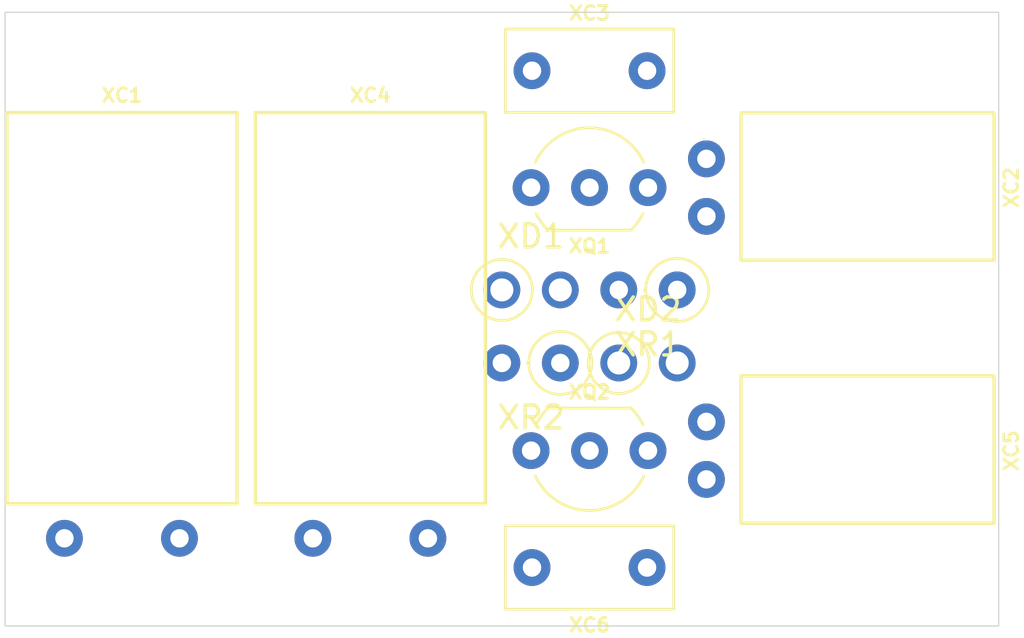
<source format=kicad_pcb>
(kicad_pcb (version 20171130) (host pcbnew "(5.1.4)-1")

  (general
    (thickness 1.6)
    (drawings 10)
    (tracks 0)
    (zones 0)
    (modules 12)
    (nets 8)
  )

  (page A4)
  (layers
    (0 F.Cu signal)
    (31 B.Cu signal)
    (32 B.Adhes user)
    (33 F.Adhes user)
    (34 B.Paste user)
    (35 F.Paste user)
    (36 B.SilkS user)
    (37 F.SilkS user)
    (38 B.Mask user)
    (39 F.Mask user)
    (40 Dwgs.User user)
    (41 Cmts.User user)
    (42 Eco1.User user)
    (43 Eco2.User user)
    (44 Edge.Cuts user)
    (45 Margin user)
    (46 B.CrtYd user)
    (47 F.CrtYd user)
    (48 B.Fab user)
    (49 F.Fab user)
  )

  (setup
    (last_trace_width 0.25)
    (trace_clearance 0.2)
    (zone_clearance 0.508)
    (zone_45_only no)
    (trace_min 0.2)
    (via_size 0.8)
    (via_drill 0.4)
    (via_min_size 0.4)
    (via_min_drill 0.3)
    (uvia_size 0.3)
    (uvia_drill 0.1)
    (uvias_allowed no)
    (uvia_min_size 0.2)
    (uvia_min_drill 0.1)
    (edge_width 0.05)
    (segment_width 0.2)
    (pcb_text_width 0.3)
    (pcb_text_size 1.5 1.5)
    (mod_edge_width 0.12)
    (mod_text_size 1 1)
    (mod_text_width 0.15)
    (pad_size 1.524 1.524)
    (pad_drill 0.762)
    (pad_to_mask_clearance 0.051)
    (solder_mask_min_width 0.25)
    (aux_axis_origin 0 0)
    (visible_elements 7FFFFFFF)
    (pcbplotparams
      (layerselection 0x010fc_ffffffff)
      (usegerberextensions false)
      (usegerberattributes false)
      (usegerberadvancedattributes false)
      (creategerberjobfile false)
      (excludeedgelayer true)
      (linewidth 0.100000)
      (plotframeref false)
      (viasonmask false)
      (mode 1)
      (useauxorigin false)
      (hpglpennumber 1)
      (hpglpenspeed 20)
      (hpglpendiameter 15.000000)
      (psnegative false)
      (psa4output false)
      (plotreference true)
      (plotvalue true)
      (plotinvisibletext false)
      (padsonsilk false)
      (subtractmaskfromsilk false)
      (outputformat 1)
      (mirror false)
      (drillshape 1)
      (scaleselection 1)
      (outputdirectory ""))
  )

  (net 0 "")
  (net 1 VDD)
  (net 2 GND)
  (net 3 +12V)
  (net 4 VSS)
  (net 5 -12V)
  (net 6 "Net-(XD1-Pad2)")
  (net 7 "Net-(XD2-Pad1)")

  (net_class Default "This is the default net class."
    (clearance 0.2)
    (trace_width 0.25)
    (via_dia 0.8)
    (via_drill 0.4)
    (uvia_dia 0.3)
    (uvia_drill 0.1)
    (add_net +12V)
    (add_net -12V)
    (add_net GND)
    (add_net "Net-(XD1-Pad2)")
    (add_net "Net-(XD2-Pad1)")
    (add_net VDD)
    (add_net VSS)
  )

  (module Resistors_THT:R_CC25_P2.54_V (layer F.Cu) (tedit 5D36D05F) (tstamp 5D8D0144)
    (at 142.24 104.14 180)
    (descr "Resistor, Axial_DIN0207 series, Axial, Vertical, pin pitch=2.54mm, 0.25W = 1/4W, length*diameter=6.3*2.5mm^2, http://cdn-reichelt.de/documents/datenblatt/B400/1_4W%23YAG.pdf")
    (tags "Resistor Axial_DIN0207 series Axial Vertical pin pitch 2.54mm 0.25W = 1/4W length 6.3mm diameter 2.5mm")
    (path /5D8F1376)
    (fp_text reference XR2 (at 0 -2.37) (layer F.SilkS)
      (effects (font (size 1 1) (thickness 0.15)))
    )
    (fp_text value 1k8 (at 0 2.37) (layer F.Fab)
      (effects (font (size 1 1) (thickness 0.15)))
    )
    (fp_circle (center -1.27 0) (end -0.02 0) (layer F.Fab) (width 0.1))
    (fp_circle (center -1.27 0) (end 0.1 0) (layer F.SilkS) (width 0.12))
    (fp_line (start -1.27 0) (end 1.27 0) (layer F.Fab) (width 0.1))
    (fp_line (start 0.1 0) (end 0.17 0) (layer F.SilkS) (width 0.12))
    (fp_line (start -2.77 -1.5) (end -2.77 1.5) (layer F.CrtYd) (width 0.05))
    (fp_line (start -2.77 1.5) (end 2.32 1.5) (layer F.CrtYd) (width 0.05))
    (fp_line (start 2.32 1.5) (end 2.32 -1.5) (layer F.CrtYd) (width 0.05))
    (fp_line (start 2.32 -1.5) (end -2.77 -1.5) (layer F.CrtYd) (width 0.05))
    (fp_text user %R (at 0 -2.37) (layer F.Fab)
      (effects (font (size 1 1) (thickness 0.15)))
    )
    (pad 1 thru_hole circle (at -1.27 0 180) (size 1.6 1.6) (drill 0.8) (layers *.Cu *.Mask)
      (net 7 "Net-(XD2-Pad1)"))
    (pad 2 thru_hole oval (at 1.27 0 180) (size 1.6 1.6) (drill 0.8) (layers *.Cu *.Mask)
      (net 4 VSS))
    (model ${LIB_MODULES}/Resistors_THT.pretty/R_CC25_P2.54_V.step
      (at (xyz 0 0 0))
      (scale (xyz 1 1 1))
      (rotate (xyz 0 0 0))
    )
  )

  (module Resistors_THT:R_CC25_P2.54_V (layer F.Cu) (tedit 5D36D05F) (tstamp 5D8D012D)
    (at 147.32 100.965 180)
    (descr "Resistor, Axial_DIN0207 series, Axial, Vertical, pin pitch=2.54mm, 0.25W = 1/4W, length*diameter=6.3*2.5mm^2, http://cdn-reichelt.de/documents/datenblatt/B400/1_4W%23YAG.pdf")
    (tags "Resistor Axial_DIN0207 series Axial Vertical pin pitch 2.54mm 0.25W = 1/4W length 6.3mm diameter 2.5mm")
    (path /5D8EC6E6)
    (fp_text reference XR1 (at 0 -2.37) (layer F.SilkS)
      (effects (font (size 1 1) (thickness 0.15)))
    )
    (fp_text value 1k8 (at 0 2.37) (layer F.Fab)
      (effects (font (size 1 1) (thickness 0.15)))
    )
    (fp_circle (center -1.27 0) (end -0.02 0) (layer F.Fab) (width 0.1))
    (fp_circle (center -1.27 0) (end 0.1 0) (layer F.SilkS) (width 0.12))
    (fp_line (start -1.27 0) (end 1.27 0) (layer F.Fab) (width 0.1))
    (fp_line (start 0.1 0) (end 0.17 0) (layer F.SilkS) (width 0.12))
    (fp_line (start -2.77 -1.5) (end -2.77 1.5) (layer F.CrtYd) (width 0.05))
    (fp_line (start -2.77 1.5) (end 2.32 1.5) (layer F.CrtYd) (width 0.05))
    (fp_line (start 2.32 1.5) (end 2.32 -1.5) (layer F.CrtYd) (width 0.05))
    (fp_line (start 2.32 -1.5) (end -2.77 -1.5) (layer F.CrtYd) (width 0.05))
    (fp_text user %R (at 0 -2.37) (layer F.Fab)
      (effects (font (size 1 1) (thickness 0.15)))
    )
    (pad 1 thru_hole circle (at -1.27 0 180) (size 1.6 1.6) (drill 0.8) (layers *.Cu *.Mask)
      (net 1 VDD))
    (pad 2 thru_hole oval (at 1.27 0 180) (size 1.6 1.6) (drill 0.8) (layers *.Cu *.Mask)
      (net 6 "Net-(XD1-Pad2)"))
    (model ${LIB_MODULES}/Resistors_THT.pretty/R_CC25_P2.54_V.step
      (at (xyz 0 0 0))
      (scale (xyz 1 1 1))
      (rotate (xyz 0 0 0))
    )
  )

  (module Diodes_Rectifier_THT:DO-41_P2.54 (layer F.Cu) (tedit 5D3577F3) (tstamp 5D8D00EE)
    (at 147.32 104.14)
    (path /5D8F1380)
    (fp_text reference XD2 (at 0 -2.326371) (layer F.SilkS)
      (effects (font (size 1 1) (thickness 0.15)))
    )
    (fp_text value 12V (at 0 3.215371) (layer F.Fab)
      (effects (font (size 1 1) (thickness 0.15)))
    )
    (fp_circle (center -1.27 0) (end -0.27 0) (layer F.Fab) (width 0.1))
    (fp_circle (center -1.27 0) (end 0.056371 0) (layer F.SilkS) (width 0.12))
    (fp_line (start -1.27 0) (end 1.27 0) (layer F.Fab) (width 0.1))
    (fp_line (start -2.52 -1.25) (end -2.52 1.25) (layer F.CrtYd) (width 0.05))
    (fp_line (start -2.52 1.25) (end 2.32 1.25) (layer F.CrtYd) (width 0.05))
    (fp_line (start 2.32 1.25) (end 2.32 -1.25) (layer F.CrtYd) (width 0.05))
    (fp_line (start 2.32 -1.25) (end -2.52 -1.25) (layer F.CrtYd) (width 0.05))
    (fp_text user %R (at 0 -2.326371) (layer F.Fab)
      (effects (font (size 1 1) (thickness 0.15)))
    )
    (pad 1 thru_hole circle (at -1.27 0) (size 1.6 1.6) (drill 1) (layers *.Cu *.Mask)
      (net 7 "Net-(XD2-Pad1)"))
    (pad 2 thru_hole oval (at 1.27 0) (size 1.6 1.6) (drill 1) (layers *.Cu *.Mask)
      (net 2 GND))
    (model ${LIB_MODULES}/Diodes_Rectifier_THT.pretty/DO-41_P2.54.step
      (at (xyz 0 0 0))
      (scale (xyz 1 1 1))
      (rotate (xyz 0 0 0))
    )
  )

  (module Diodes_Rectifier_THT:DO-41_P2.54 (layer F.Cu) (tedit 5D3577F3) (tstamp 5D8D00DF)
    (at 142.24 100.965)
    (path /5D8ECCD4)
    (fp_text reference XD1 (at 0 -2.326371) (layer F.SilkS)
      (effects (font (size 1 1) (thickness 0.15)))
    )
    (fp_text value 12V (at 0 3.215371) (layer F.Fab)
      (effects (font (size 1 1) (thickness 0.15)))
    )
    (fp_circle (center -1.27 0) (end -0.27 0) (layer F.Fab) (width 0.1))
    (fp_circle (center -1.27 0) (end 0.056371 0) (layer F.SilkS) (width 0.12))
    (fp_line (start -1.27 0) (end 1.27 0) (layer F.Fab) (width 0.1))
    (fp_line (start -2.52 -1.25) (end -2.52 1.25) (layer F.CrtYd) (width 0.05))
    (fp_line (start -2.52 1.25) (end 2.32 1.25) (layer F.CrtYd) (width 0.05))
    (fp_line (start 2.32 1.25) (end 2.32 -1.25) (layer F.CrtYd) (width 0.05))
    (fp_line (start 2.32 -1.25) (end -2.52 -1.25) (layer F.CrtYd) (width 0.05))
    (fp_text user %R (at 0 -2.326371) (layer F.Fab)
      (effects (font (size 1 1) (thickness 0.15)))
    )
    (pad 1 thru_hole circle (at -1.27 0) (size 1.6 1.6) (drill 1) (layers *.Cu *.Mask)
      (net 2 GND))
    (pad 2 thru_hole oval (at 1.27 0) (size 1.6 1.6) (drill 1) (layers *.Cu *.Mask)
      (net 6 "Net-(XD1-Pad2)"))
    (model ${LIB_MODULES}/Diodes_Rectifier_THT.pretty/DO-41_P2.54.step
      (at (xyz 0 0 0))
      (scale (xyz 1 1 1))
      (rotate (xyz 0 0 0))
    )
  )

  (module Transistors_BJT_THT:ON_Semi_2N3906TAR (layer F.Cu) (tedit 5D33A2D3) (tstamp 5D8D0116)
    (at 144.78 107.95 180)
    (path /5D8F9B6E)
    (fp_text reference XQ2 (at 0 2.54) (layer F.SilkS)
      (effects (font (size 0.6 0.6) (thickness 0.127)))
    )
    (fp_text value ON_Semi_2N3906TAR (at 0 -3.048) (layer F.Fab)
      (effects (font (size 0.3 0.3) (thickness 0.03)))
    )
    (fp_text user %R (at 0 -1.524) (layer F.Fab)
      (effects (font (size 0.4 0.4) (thickness 0.05)))
    )
    (fp_line (start -1.8 1.85) (end 1.8 1.85) (layer F.SilkS) (width 0.12))
    (fp_line (start -1.74 1.75) (end 1.76 1.75) (layer F.Fab) (width 0.1))
    (fp_line (start -3.55 -2.73) (end 3.55 -2.73) (layer F.CrtYd) (width 0.05))
    (fp_line (start -3.55 -2.73) (end -3.55 2.01) (layer F.CrtYd) (width 0.05))
    (fp_line (start 3.55 2.01) (end 3.55 -2.73) (layer F.CrtYd) (width 0.05))
    (fp_line (start 3.55 2.01) (end -3.55 2.01) (layer F.CrtYd) (width 0.05))
    (fp_arc (start 0 0) (end -1.8 1.85) (angle 20) (layer F.SilkS) (width 0.12))
    (fp_arc (start 0 0) (end 0 -2.6) (angle -65) (layer F.SilkS) (width 0.12))
    (fp_arc (start 0 0) (end 0 -2.6) (angle 65) (layer F.SilkS) (width 0.12))
    (fp_arc (start 0 0) (end 0 -2.48) (angle 135) (layer F.Fab) (width 0.1))
    (fp_arc (start 0 0) (end 0 -2.48) (angle -135) (layer F.Fab) (width 0.1))
    (fp_arc (start 0 0) (end 1.8 1.85) (angle -20) (layer F.SilkS) (width 0.12))
    (pad 2 thru_hole circle (at 0 0 270) (size 1.6 1.6) (drill 0.8) (layers *.Cu *.Mask)
      (net 7 "Net-(XD2-Pad1)"))
    (pad 3 thru_hole circle (at 2.54 0 270) (size 1.6 1.6) (drill 0.8) (layers *.Cu *.Mask)
      (net 4 VSS))
    (pad 1 thru_hole circle (at -2.54 0 270) (size 1.6 1.6) (drill 0.8) (layers *.Cu *.Mask)
      (net 5 -12V))
    (model ${LIB_MODULES}/Transistors_BJT_THT.pretty/ON_Semi_2N3906TAR.step
      (at (xyz 0 0 0))
      (scale (xyz 1 1 1))
      (rotate (xyz 0 0 0))
    )
  )

  (module Transistors_BJT_THT:ON_Semi_2N3904TAR (layer F.Cu) (tedit 5D33A3A1) (tstamp 5D8D0102)
    (at 144.78 96.52)
    (path /5D8ED96E)
    (fp_text reference XQ1 (at 0 2.54) (layer F.SilkS)
      (effects (font (size 0.6 0.6) (thickness 0.127)))
    )
    (fp_text value ON_Semi_2N3904TAR (at 0 -3.048) (layer F.Fab)
      (effects (font (size 0.3 0.3) (thickness 0.03)))
    )
    (fp_arc (start 0 0) (end 1.8 1.85) (angle -20) (layer F.SilkS) (width 0.12))
    (fp_arc (start 0 0) (end 0 -2.48) (angle -135) (layer F.Fab) (width 0.1))
    (fp_arc (start 0 0) (end 0 -2.48) (angle 135) (layer F.Fab) (width 0.1))
    (fp_arc (start 0 0) (end 0 -2.6) (angle 65) (layer F.SilkS) (width 0.12))
    (fp_arc (start 0 0) (end 0 -2.6) (angle -65) (layer F.SilkS) (width 0.12))
    (fp_arc (start 0 0) (end -1.8 1.85) (angle 20) (layer F.SilkS) (width 0.12))
    (fp_line (start 3.55 2.01) (end -3.55 2.01) (layer F.CrtYd) (width 0.05))
    (fp_line (start 3.55 2.01) (end 3.55 -2.73) (layer F.CrtYd) (width 0.05))
    (fp_line (start -3.55 -2.73) (end -3.55 2.01) (layer F.CrtYd) (width 0.05))
    (fp_line (start -3.55 -2.73) (end 3.55 -2.73) (layer F.CrtYd) (width 0.05))
    (fp_line (start -1.74 1.75) (end 1.76 1.75) (layer F.Fab) (width 0.1))
    (fp_line (start -1.8 1.85) (end 1.8 1.85) (layer F.SilkS) (width 0.12))
    (fp_text user %R (at 0 -1.524) (layer F.Fab)
      (effects (font (size 0.4 0.4) (thickness 0.05)))
    )
    (pad 1 thru_hole circle (at -2.54 0 90) (size 1.6 1.6) (drill 0.8) (layers *.Cu *.Mask)
      (net 3 +12V))
    (pad 3 thru_hole circle (at 2.54 0 90) (size 1.6 1.6) (drill 0.8) (layers *.Cu *.Mask)
      (net 1 VDD))
    (pad 2 thru_hole circle (at 0 0 90) (size 1.6 1.6) (drill 0.8) (layers *.Cu *.Mask)
      (net 6 "Net-(XD1-Pad2)"))
    (model ${LIB_MODULES}/Transistors_BJT_THT.pretty/ON_Semi_2N3904TAR.step
      (at (xyz 0 0 0))
      (scale (xyz 1 1 1))
      (rotate (xyz 0 0 0))
    )
  )

  (module Capacitors_Film_THT:Wima_FKS2G021001C00KSSD (layer F.Cu) (tedit 5D35CA57) (tstamp 5D8D00D0)
    (at 144.78 113.03 180)
    (path /5D8F13B0)
    (fp_text reference XC6 (at 0 -2.5) (layer F.SilkS)
      (effects (font (size 0.6 0.6) (thickness 0.127)))
    )
    (fp_text value 10n (at 0 2.4) (layer F.Fab)
      (effects (font (size 0.3 0.3) (thickness 0.03)))
    )
    (fp_text user %R (at 0 0) (layer F.Fab)
      (effects (font (size 0.4 0.4) (thickness 0.05)))
    )
    (fp_line (start 3.95 -2.1) (end -3.95 -2.1) (layer F.CrtYd) (width 0.05))
    (fp_line (start 3.95 2.1) (end 3.95 -2.1) (layer F.CrtYd) (width 0.05))
    (fp_line (start -3.95 2.1) (end 3.95 2.1) (layer F.CrtYd) (width 0.05))
    (fp_line (start -3.95 -2.1) (end -3.95 2.1) (layer F.CrtYd) (width 0.05))
    (fp_line (start 3.66 -1.81) (end 3.66 1.81) (layer F.SilkS) (width 0.12))
    (fp_line (start -3.66 -1.81) (end -3.66 1.81) (layer F.SilkS) (width 0.12))
    (fp_line (start -3.66 1.81) (end 3.66 1.81) (layer F.SilkS) (width 0.12))
    (fp_line (start -3.66 -1.81) (end 3.66 -1.81) (layer F.SilkS) (width 0.12))
    (fp_line (start 3.6 -1.75) (end -3.6 -1.75) (layer F.Fab) (width 0.1))
    (fp_line (start 3.6 1.75) (end 3.6 -1.75) (layer F.Fab) (width 0.1))
    (fp_line (start -3.6 1.75) (end 3.6 1.75) (layer F.Fab) (width 0.1))
    (fp_line (start -3.6 -1.75) (end -3.6 1.75) (layer F.Fab) (width 0.1))
    (pad 2 thru_hole circle (at 2.5 0 180) (size 1.6 1.6) (drill 0.8) (layers *.Cu *.Mask)
      (net 5 -12V))
    (pad 1 thru_hole circle (at -2.5 0 180) (size 1.6 1.6) (drill 0.8) (layers *.Cu *.Mask)
      (net 2 GND))
    (model ${LIB_MODULES}/Capacitors_Film_THT.pretty/Wima_FKS2G021001C00KSSD.step
      (at (xyz 0 0 0))
      (scale (xyz 1 1 1))
      (rotate (xyz 0 0 0))
    )
  )

  (module Capacitors_Electrolytic_THT:Electrolytic_Radial_Angled_D6.3_H11.0_P2.5 (layer F.Cu) (tedit 5D35C9AD) (tstamp 5D8D00BD)
    (at 149.86 107.95 270)
    (path /5D8F13A1)
    (fp_text reference XC5 (at 0 -13.25 90) (layer F.SilkS)
      (effects (font (size 0.6 0.6) (thickness 0.127)))
    )
    (fp_text value 47u (at 0 1.6 90) (layer F.Fab)
      (effects (font (size 0.3 0.3) (thickness 0.03)))
    )
    (fp_line (start -2.3 -1.25) (end -3.5 -1.25) (layer F.CrtYd) (width 0.1))
    (fp_line (start 2.3 -1.25) (end 3.5 -1.25) (layer F.CrtYd) (width 0.1))
    (fp_line (start 2.3 1.3) (end 2.3 -1.25) (layer F.CrtYd) (width 0.1))
    (fp_line (start -2.3 1.3) (end 2.3 1.3) (layer F.CrtYd) (width 0.1))
    (fp_line (start -2.3 1.3) (end -2.3 -1.25) (layer F.CrtYd) (width 0.1))
    (fp_line (start 3.5 -1.25) (end 3.5 -12.75) (layer F.CrtYd) (width 0.1))
    (fp_line (start -3.5 -12.75) (end -3.5 -1.25) (layer F.CrtYd) (width 0.1))
    (fp_line (start 3.5 -12.75) (end -3.5 -12.75) (layer F.CrtYd) (width 0.1))
    (fp_line (start 3.15 -1.5) (end -3.15 -1.5) (layer F.SilkS) (width 0.15))
    (fp_line (start -3.15 -12.5) (end 3.15 -12.5) (layer F.SilkS) (width 0.15))
    (fp_line (start -3.25 -1.5) (end -3.25 -12.5) (layer F.SilkS) (width 0.15))
    (fp_line (start 3.15 -1.5) (end 3.15 -12.5) (layer F.SilkS) (width 0.15))
    (fp_text user %R (at 0 0 90) (layer F.Fab)
      (effects (font (size 0.4 0.4) (thickness 0.05)))
    )
    (fp_line (start 1.291395 -1.4645) (end 1.291395 -0.9645) (layer F.Fab) (width 0.1))
    (fp_line (start 1.041395 -1.2145) (end 1.541395 -1.2145) (layer F.Fab) (width 0.1))
    (pad 1 thru_hole circle (at 1.25 0 270) (size 1.6 1.6) (drill 0.8) (layers *.Cu *.Mask)
      (net 2 GND))
    (pad 2 thru_hole circle (at -1.25 0 270) (size 1.6 1.6) (drill 0.8) (layers *.Cu *.Mask)
      (net 5 -12V))
    (model ${LIB_MODULES}/Capacitors_Electrolytic_THT.pretty/Electrolytic_Radial_Angled_D6.3_H11.0_P2.5.step
      (at (xyz 0 0 0))
      (scale (xyz 1 1 1))
      (rotate (xyz 0 0 0))
    )
  )

  (module Capacitors_Electrolytic_THT:Electrolytic_Radial_Angled_D10.0_H17.0_P5.0 (layer F.Cu) (tedit 5D35C9B7) (tstamp 5D8D00A8)
    (at 135.255 111.76)
    (path /5D8F136C)
    (fp_text reference XC4 (at 0 -19.25) (layer F.SilkS)
      (effects (font (size 0.6 0.6) (thickness 0.127)))
    )
    (fp_text value 470u (at 0 1.6) (layer F.Fab)
      (effects (font (size 0.3 0.3) (thickness 0.03)))
    )
    (fp_line (start -3.8 -1.25) (end -5.25 -1.25) (layer F.CrtYd) (width 0.1))
    (fp_line (start 3.8 -1.25) (end 5.25 -1.25) (layer F.CrtYd) (width 0.1))
    (fp_line (start 3.8 1.3) (end 3.8 -1.25) (layer F.CrtYd) (width 0.1))
    (fp_line (start -3.8 1.3) (end 3.8 1.3) (layer F.CrtYd) (width 0.1))
    (fp_line (start -3.8 1.3) (end -3.8 -1.25) (layer F.CrtYd) (width 0.1))
    (fp_line (start 5.25 -1.25) (end 5.25 -18.75) (layer F.CrtYd) (width 0.1))
    (fp_line (start -5.25 -18.75) (end -5.25 -1.25) (layer F.CrtYd) (width 0.1))
    (fp_line (start 5.25 -18.75) (end -5.25 -18.75) (layer F.CrtYd) (width 0.1))
    (fp_line (start 5 -1.5) (end -5 -1.5) (layer F.SilkS) (width 0.15))
    (fp_line (start -5 -18.5) (end 5 -18.5) (layer F.SilkS) (width 0.15))
    (fp_line (start -5 -1.5) (end -5 -18.5) (layer F.SilkS) (width 0.15))
    (fp_line (start 5 -1.5) (end 5 -18.5) (layer F.SilkS) (width 0.15))
    (fp_text user %R (at 0 0) (layer F.Fab)
      (effects (font (size 0.4 0.4) (thickness 0.05)))
    )
    (fp_line (start 2.561395 -1.4645) (end 2.561395 -0.9645) (layer F.Fab) (width 0.1))
    (fp_line (start 2.311395 -1.2145) (end 2.811395 -1.2145) (layer F.Fab) (width 0.1))
    (pad 1 thru_hole circle (at 2.5 0) (size 1.6 1.6) (drill 0.8) (layers *.Cu *.Mask)
      (net 2 GND))
    (pad 2 thru_hole circle (at -2.5 0) (size 1.6 1.6) (drill 0.8) (layers *.Cu *.Mask)
      (net 4 VSS))
    (model ${LIB_MODULES}/Capacitors_Electrolytic_THT.pretty/Electrolytic_Radial_Angled_D10.0_H17.0_P5.0.step
      (at (xyz 0 0 0))
      (scale (xyz 1 1 1))
      (rotate (xyz 0 0 0))
    )
  )

  (module Capacitors_Film_THT:Wima_FKS2G021001C00KSSD (layer F.Cu) (tedit 5D35CA57) (tstamp 5D8D0093)
    (at 144.78 91.44)
    (path /5D8F02A4)
    (fp_text reference XC3 (at 0 -2.5) (layer F.SilkS)
      (effects (font (size 0.6 0.6) (thickness 0.127)))
    )
    (fp_text value 10n (at 0 2.4) (layer F.Fab)
      (effects (font (size 0.3 0.3) (thickness 0.03)))
    )
    (fp_text user %R (at 0 0) (layer F.Fab)
      (effects (font (size 0.4 0.4) (thickness 0.05)))
    )
    (fp_line (start 3.95 -2.1) (end -3.95 -2.1) (layer F.CrtYd) (width 0.05))
    (fp_line (start 3.95 2.1) (end 3.95 -2.1) (layer F.CrtYd) (width 0.05))
    (fp_line (start -3.95 2.1) (end 3.95 2.1) (layer F.CrtYd) (width 0.05))
    (fp_line (start -3.95 -2.1) (end -3.95 2.1) (layer F.CrtYd) (width 0.05))
    (fp_line (start 3.66 -1.81) (end 3.66 1.81) (layer F.SilkS) (width 0.12))
    (fp_line (start -3.66 -1.81) (end -3.66 1.81) (layer F.SilkS) (width 0.12))
    (fp_line (start -3.66 1.81) (end 3.66 1.81) (layer F.SilkS) (width 0.12))
    (fp_line (start -3.66 -1.81) (end 3.66 -1.81) (layer F.SilkS) (width 0.12))
    (fp_line (start 3.6 -1.75) (end -3.6 -1.75) (layer F.Fab) (width 0.1))
    (fp_line (start 3.6 1.75) (end 3.6 -1.75) (layer F.Fab) (width 0.1))
    (fp_line (start -3.6 1.75) (end 3.6 1.75) (layer F.Fab) (width 0.1))
    (fp_line (start -3.6 -1.75) (end -3.6 1.75) (layer F.Fab) (width 0.1))
    (pad 2 thru_hole circle (at 2.5 0) (size 1.6 1.6) (drill 0.8) (layers *.Cu *.Mask)
      (net 2 GND))
    (pad 1 thru_hole circle (at -2.5 0) (size 1.6 1.6) (drill 0.8) (layers *.Cu *.Mask)
      (net 3 +12V))
    (model ${LIB_MODULES}/Capacitors_Film_THT.pretty/Wima_FKS2G021001C00KSSD.step
      (at (xyz 0 0 0))
      (scale (xyz 1 1 1))
      (rotate (xyz 0 0 0))
    )
  )

  (module Capacitors_Electrolytic_THT:Electrolytic_Radial_Angled_D6.3_H11.0_P2.5 (layer F.Cu) (tedit 5D35C9AD) (tstamp 5D8D0431)
    (at 149.86 96.52 270)
    (path /5D8EF190)
    (fp_text reference XC2 (at 0 -13.25 90) (layer F.SilkS)
      (effects (font (size 0.6 0.6) (thickness 0.127)))
    )
    (fp_text value 47u (at 0 1.6 90) (layer F.Fab)
      (effects (font (size 0.3 0.3) (thickness 0.03)))
    )
    (fp_line (start -2.3 -1.25) (end -3.5 -1.25) (layer F.CrtYd) (width 0.1))
    (fp_line (start 2.3 -1.25) (end 3.5 -1.25) (layer F.CrtYd) (width 0.1))
    (fp_line (start 2.3 1.3) (end 2.3 -1.25) (layer F.CrtYd) (width 0.1))
    (fp_line (start -2.3 1.3) (end 2.3 1.3) (layer F.CrtYd) (width 0.1))
    (fp_line (start -2.3 1.3) (end -2.3 -1.25) (layer F.CrtYd) (width 0.1))
    (fp_line (start 3.5 -1.25) (end 3.5 -12.75) (layer F.CrtYd) (width 0.1))
    (fp_line (start -3.5 -12.75) (end -3.5 -1.25) (layer F.CrtYd) (width 0.1))
    (fp_line (start 3.5 -12.75) (end -3.5 -12.75) (layer F.CrtYd) (width 0.1))
    (fp_line (start 3.15 -1.5) (end -3.15 -1.5) (layer F.SilkS) (width 0.15))
    (fp_line (start -3.15 -12.5) (end 3.15 -12.5) (layer F.SilkS) (width 0.15))
    (fp_line (start -3.25 -1.5) (end -3.25 -12.5) (layer F.SilkS) (width 0.15))
    (fp_line (start 3.15 -1.5) (end 3.15 -12.5) (layer F.SilkS) (width 0.15))
    (fp_text user %R (at 0 0 90) (layer F.Fab)
      (effects (font (size 0.4 0.4) (thickness 0.05)))
    )
    (fp_line (start 1.291395 -1.4645) (end 1.291395 -0.9645) (layer F.Fab) (width 0.1))
    (fp_line (start 1.041395 -1.2145) (end 1.541395 -1.2145) (layer F.Fab) (width 0.1))
    (pad 1 thru_hole circle (at 1.25 0 270) (size 1.6 1.6) (drill 0.8) (layers *.Cu *.Mask)
      (net 3 +12V))
    (pad 2 thru_hole circle (at -1.25 0 270) (size 1.6 1.6) (drill 0.8) (layers *.Cu *.Mask)
      (net 2 GND))
    (model ${LIB_MODULES}/Capacitors_Electrolytic_THT.pretty/Electrolytic_Radial_Angled_D6.3_H11.0_P2.5.step
      (at (xyz 0 0 0))
      (scale (xyz 1 1 1))
      (rotate (xyz 0 0 0))
    )
  )

  (module Capacitors_Electrolytic_THT:Electrolytic_Radial_Angled_D10.0_H17.0_P5.0 (layer F.Cu) (tedit 5D35C9B7) (tstamp 5D8D006B)
    (at 124.46 111.76)
    (path /5D8EC14B)
    (fp_text reference XC1 (at 0 -19.25) (layer F.SilkS)
      (effects (font (size 0.6 0.6) (thickness 0.127)))
    )
    (fp_text value 470u (at 0 1.6) (layer F.Fab)
      (effects (font (size 0.3 0.3) (thickness 0.03)))
    )
    (fp_line (start -3.8 -1.25) (end -5.25 -1.25) (layer F.CrtYd) (width 0.1))
    (fp_line (start 3.8 -1.25) (end 5.25 -1.25) (layer F.CrtYd) (width 0.1))
    (fp_line (start 3.8 1.3) (end 3.8 -1.25) (layer F.CrtYd) (width 0.1))
    (fp_line (start -3.8 1.3) (end 3.8 1.3) (layer F.CrtYd) (width 0.1))
    (fp_line (start -3.8 1.3) (end -3.8 -1.25) (layer F.CrtYd) (width 0.1))
    (fp_line (start 5.25 -1.25) (end 5.25 -18.75) (layer F.CrtYd) (width 0.1))
    (fp_line (start -5.25 -18.75) (end -5.25 -1.25) (layer F.CrtYd) (width 0.1))
    (fp_line (start 5.25 -18.75) (end -5.25 -18.75) (layer F.CrtYd) (width 0.1))
    (fp_line (start 5 -1.5) (end -5 -1.5) (layer F.SilkS) (width 0.15))
    (fp_line (start -5 -18.5) (end 5 -18.5) (layer F.SilkS) (width 0.15))
    (fp_line (start -5 -1.5) (end -5 -18.5) (layer F.SilkS) (width 0.15))
    (fp_line (start 5 -1.5) (end 5 -18.5) (layer F.SilkS) (width 0.15))
    (fp_text user %R (at 0 0) (layer F.Fab)
      (effects (font (size 0.4 0.4) (thickness 0.05)))
    )
    (fp_line (start 2.561395 -1.4645) (end 2.561395 -0.9645) (layer F.Fab) (width 0.1))
    (fp_line (start 2.311395 -1.2145) (end 2.811395 -1.2145) (layer F.Fab) (width 0.1))
    (pad 1 thru_hole circle (at 2.5 0) (size 1.6 1.6) (drill 0.8) (layers *.Cu *.Mask)
      (net 1 VDD))
    (pad 2 thru_hole circle (at -2.5 0) (size 1.6 1.6) (drill 0.8) (layers *.Cu *.Mask)
      (net 2 GND))
    (model ${LIB_MODULES}/Capacitors_Electrolytic_THT.pretty/Electrolytic_Radial_Angled_D10.0_H17.0_P5.0.step
      (at (xyz 0 0 0))
      (scale (xyz 1 1 1))
      (rotate (xyz 0 0 0))
    )
  )

  (gr_line (start 162.56 115.57) (end 162.56 114.3) (layer Edge.Cuts) (width 0.05) (tstamp 5D8D10AF))
  (gr_line (start 143.51 115.57) (end 162.56 115.57) (layer Edge.Cuts) (width 0.05))
  (gr_line (start 119.38 115.57) (end 143.51 115.57) (layer Edge.Cuts) (width 0.05))
  (gr_line (start 119.38 114.3) (end 119.38 115.57) (layer Edge.Cuts) (width 0.05))
  (gr_line (start 119.38 111.76) (end 119.38 114.3) (layer Edge.Cuts) (width 0.05))
  (gr_line (start 119.38 88.9) (end 119.38 111.76) (layer Edge.Cuts) (width 0.05))
  (gr_line (start 144.78 88.9) (end 119.38 88.9) (layer Edge.Cuts) (width 0.05))
  (gr_line (start 162.56 101.6) (end 162.56 114.3) (layer Edge.Cuts) (width 0.05))
  (gr_line (start 162.56 88.9) (end 162.56 101.6) (layer Edge.Cuts) (width 0.05))
  (gr_line (start 144.78 88.9) (end 162.56 88.9) (layer Edge.Cuts) (width 0.05))

)

</source>
